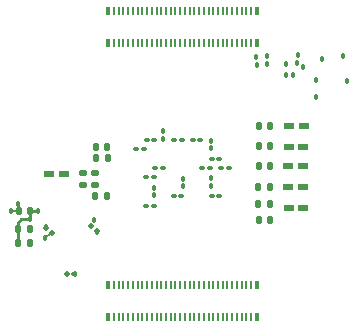
<source format=gbr>
%TF.GenerationSoftware,KiCad,Pcbnew,9.0.2*%
%TF.CreationDate,2025-07-16T10:59:44+05:30*%
%TF.ProjectId,pico2-nx-module,7069636f-322d-46e7-982d-6d6f64756c65,rev?*%
%TF.SameCoordinates,Original*%
%TF.FileFunction,Copper,L2,Bot*%
%TF.FilePolarity,Positive*%
%FSLAX46Y46*%
G04 Gerber Fmt 4.6, Leading zero omitted, Abs format (unit mm)*
G04 Created by KiCad (PCBNEW 9.0.2) date 2025-07-16 10:59:44*
%MOMM*%
%LPD*%
G01*
G04 APERTURE LIST*
G04 Aperture macros list*
%AMRoundRect*
0 Rectangle with rounded corners*
0 $1 Rounding radius*
0 $2 $3 $4 $5 $6 $7 $8 $9 X,Y pos of 4 corners*
0 Add a 4 corners polygon primitive as box body*
4,1,4,$2,$3,$4,$5,$6,$7,$8,$9,$2,$3,0*
0 Add four circle primitives for the rounded corners*
1,1,$1+$1,$2,$3*
1,1,$1+$1,$4,$5*
1,1,$1+$1,$6,$7*
1,1,$1+$1,$8,$9*
0 Add four rect primitives between the rounded corners*
20,1,$1+$1,$2,$3,$4,$5,0*
20,1,$1+$1,$4,$5,$6,$7,0*
20,1,$1+$1,$6,$7,$8,$9,0*
20,1,$1+$1,$8,$9,$2,$3,0*%
G04 Aperture macros list end*
%TA.AperFunction,SMDPad,CuDef*%
%ADD10RoundRect,0.100000X0.130000X0.100000X-0.130000X0.100000X-0.130000X-0.100000X0.130000X-0.100000X0*%
%TD*%
%TA.AperFunction,SMDPad,CuDef*%
%ADD11RoundRect,0.100000X0.162635X-0.021213X-0.021213X0.162635X-0.162635X0.021213X0.021213X-0.162635X0*%
%TD*%
%TA.AperFunction,SMDPad,CuDef*%
%ADD12R,0.230000X0.660000*%
%TD*%
%TA.AperFunction,SMDPad,CuDef*%
%ADD13R,0.350000X0.660000*%
%TD*%
%TA.AperFunction,SMDPad,CuDef*%
%ADD14RoundRect,0.135000X0.135000X0.185000X-0.135000X0.185000X-0.135000X-0.185000X0.135000X-0.185000X0*%
%TD*%
%TA.AperFunction,SMDPad,CuDef*%
%ADD15RoundRect,0.140000X0.140000X0.170000X-0.140000X0.170000X-0.140000X-0.170000X0.140000X-0.170000X0*%
%TD*%
%TA.AperFunction,SMDPad,CuDef*%
%ADD16RoundRect,0.100000X-0.162635X0.021213X0.021213X-0.162635X0.162635X-0.021213X-0.021213X0.162635X0*%
%TD*%
%TA.AperFunction,SMDPad,CuDef*%
%ADD17RoundRect,0.100000X-0.130000X-0.100000X0.130000X-0.100000X0.130000X0.100000X-0.130000X0.100000X0*%
%TD*%
%TA.AperFunction,SMDPad,CuDef*%
%ADD18R,0.914400X0.609600*%
%TD*%
%TA.AperFunction,SMDPad,CuDef*%
%ADD19RoundRect,0.100000X0.100000X-0.130000X0.100000X0.130000X-0.100000X0.130000X-0.100000X-0.130000X0*%
%TD*%
%TA.AperFunction,SMDPad,CuDef*%
%ADD20RoundRect,0.100000X-0.100000X0.130000X-0.100000X-0.130000X0.100000X-0.130000X0.100000X0.130000X0*%
%TD*%
%TA.AperFunction,SMDPad,CuDef*%
%ADD21RoundRect,0.140000X-0.170000X0.140000X-0.170000X-0.140000X0.170000X-0.140000X0.170000X0.140000X0*%
%TD*%
%TA.AperFunction,ViaPad*%
%ADD22C,0.457200*%
%TD*%
%TA.AperFunction,Conductor*%
%ADD23C,0.254000*%
%TD*%
%TA.AperFunction,Conductor*%
%ADD24C,0.152400*%
%TD*%
G04 APERTURE END LIST*
D10*
%TO.P,C21,1*%
%TO.N,P1V8D_FPGA*%
X111407701Y-104165402D03*
%TO.P,C21,2*%
%TO.N,GND*%
X110767701Y-104165402D03*
%TD*%
D11*
%TO.P,C23,1*%
%TO.N,P1V8D_FPGA*%
X113282649Y-100503150D03*
%TO.P,C23,2*%
%TO.N,GND*%
X112830101Y-100050602D03*
%TD*%
D12*
%TO.P,J2,1,Pin_1*%
%TO.N,/FPGA/HSTX7*%
X114761400Y-105079800D03*
%TO.P,J2,2,Pin_2*%
%TO.N,/FPGA/SHARED_PMOD_B5*%
X114761400Y-107789800D03*
%TO.P,J2,3,Pin_3*%
%TO.N,/FPGA/HSTX6*%
X115161400Y-105079800D03*
%TO.P,J2,4,Pin_4*%
%TO.N,/FPGA/SHARED_PMOD_B7*%
X115161400Y-107789800D03*
%TO.P,J2,5,Pin_5*%
%TO.N,GND*%
X115561400Y-105079800D03*
%TO.P,J2,6,Pin_6*%
X115561400Y-107789800D03*
%TO.P,J2,7,Pin_7*%
%TO.N,/FPGA/HSTX5*%
X115961400Y-105079800D03*
%TO.P,J2,8,Pin_8*%
%TO.N,/FPGA/SHARED_PMOD_B6*%
X115961400Y-107789800D03*
%TO.P,J2,9,Pin_9*%
%TO.N,/FPGA/HSTX4*%
X116361400Y-105079800D03*
%TO.P,J2,10,Pin_10*%
%TO.N,/FPGA/SHARED_PMOD_B4*%
X116361400Y-107789800D03*
%TO.P,J2,11,Pin_11*%
%TO.N,GND*%
X116761400Y-105079800D03*
%TO.P,J2,12,Pin_12*%
X116761400Y-107789800D03*
%TO.P,J2,13,Pin_13*%
%TO.N,/FPGA/HSTX3*%
X117161400Y-105079800D03*
%TO.P,J2,14,Pin_14*%
%TO.N,/FPGA/SHARED_PMOD_B1*%
X117161400Y-107789800D03*
%TO.P,J2,15,Pin_15*%
%TO.N,/FPGA/HSTX2*%
X117561400Y-105079800D03*
%TO.P,J2,16,Pin_16*%
%TO.N,/FPGA/SHARED_PMOD_B3*%
X117561400Y-107789800D03*
%TO.P,J2,17,Pin_17*%
%TO.N,GND*%
X117961400Y-105079800D03*
%TO.P,J2,18,Pin_18*%
X117961400Y-107789800D03*
%TO.P,J2,19,Pin_19*%
%TO.N,/FPGA/HSTX1*%
X118361400Y-105079800D03*
%TO.P,J2,20,Pin_20*%
%TO.N,/FPGA/SHARED_PMOD_B0*%
X118361400Y-107789800D03*
%TO.P,J2,21,Pin_21*%
%TO.N,/FPGA/HSTX0*%
X118761400Y-105079800D03*
%TO.P,J2,22,Pin_22*%
%TO.N,/FPGA/SHARED_PMOD_B2*%
X118761400Y-107789800D03*
%TO.P,J2,23,Pin_23*%
%TO.N,GND*%
X119161400Y-105079800D03*
%TO.P,J2,24,Pin_24*%
X119161400Y-107789800D03*
%TO.P,J2,25,Pin_25*%
%TO.N,/FPGA/SDA0*%
X119561400Y-105079800D03*
%TO.P,J2,26,Pin_26*%
%TO.N,/FPGA/SHARED_PMOD_A5*%
X119561400Y-107789800D03*
%TO.P,J2,27,Pin_27*%
%TO.N,/FPGA/SCL0*%
X119961400Y-105079800D03*
%TO.P,J2,28,Pin_28*%
%TO.N,/FPGA/SHARED_PMOD_A7*%
X119961400Y-107789800D03*
%TO.P,J2,29,Pin_29*%
%TO.N,GND*%
X120361400Y-105079800D03*
%TO.P,J2,30,Pin_30*%
X120361400Y-107789800D03*
%TO.P,J2,31,Pin_31*%
%TO.N,/FPGA/SDA1*%
X120761400Y-105079800D03*
%TO.P,J2,32,Pin_32*%
%TO.N,/FPGA/SHARED_PMOD_A6*%
X120761400Y-107789800D03*
%TO.P,J2,33,Pin_33*%
%TO.N,/FPGA/SCL1*%
X121161400Y-105079800D03*
%TO.P,J2,34,Pin_34*%
%TO.N,/FPGA/SHARED_PMOD_A4*%
X121161400Y-107789800D03*
%TO.P,J2,35,Pin_35*%
%TO.N,GND*%
X121561400Y-105079800D03*
%TO.P,J2,36,Pin_36*%
X121561400Y-107789800D03*
%TO.P,J2,37,Pin_37*%
%TO.N,/FPGA/FPGA_CLK*%
X121961400Y-105079800D03*
%TO.P,J2,38,Pin_38*%
%TO.N,/FPGA/SHARED_PMOD_A1*%
X121961400Y-107789800D03*
%TO.P,J2,39,Pin_39*%
%TO.N,/FPGA/IRQn*%
X122361400Y-105079800D03*
%TO.P,J2,40,Pin_40*%
%TO.N,/FPGA/SHARED_PMOD_A3*%
X122361400Y-107789800D03*
%TO.P,J2,41,Pin_41*%
%TO.N,GND*%
X122761400Y-105079800D03*
%TO.P,J2,42,Pin_42*%
X122761400Y-107789800D03*
%TO.P,J2,43,Pin_43*%
%TO.N,/FPGA/QSPI.CSn*%
X123161400Y-105079800D03*
%TO.P,J2,44,Pin_44*%
%TO.N,/FPGA/SHARED_PMOD_A0*%
X123161400Y-107789800D03*
%TO.P,J2,45,Pin_45*%
%TO.N,/FPGA/MIPI_IO.PWR_EN*%
X123561400Y-105079800D03*
%TO.P,J2,46,Pin_46*%
%TO.N,/FPGA/SHARED_PMOD_A2*%
X123561400Y-107789800D03*
%TO.P,J2,47,Pin_47*%
%TO.N,GND*%
X123961400Y-105079800D03*
%TO.P,J2,48,Pin_48*%
X123961400Y-107789800D03*
%TO.P,J2,49,Pin_49*%
%TO.N,/FPGA/FPGA_PMOD7*%
X124361400Y-105079800D03*
%TO.P,J2,50,Pin_50*%
%TO.N,/FPGA/PB40A*%
X124361400Y-107789800D03*
%TO.P,J2,51,Pin_51*%
%TO.N,/FPGA/FPGA_PMOD3*%
X124761400Y-105079800D03*
%TO.P,J2,52,Pin_52*%
%TO.N,/FPGA/PB40B*%
X124761400Y-107789800D03*
%TO.P,J2,53,Pin_53*%
%TO.N,GND*%
X125161400Y-105079800D03*
%TO.P,J2,54,Pin_54*%
%TO.N,/FPGA/PB42A*%
X125161400Y-107789800D03*
%TO.P,J2,55,Pin_55*%
%TO.N,/FPGA/FPGA_PMOD6*%
X125561400Y-105079800D03*
%TO.P,J2,56,Pin_56*%
%TO.N,/FPGA/PB42B*%
X125561400Y-107789800D03*
%TO.P,J2,57,Pin_57*%
%TO.N,/FPGA/FPGA_PMOD2*%
X125961400Y-105079800D03*
%TO.P,J2,58,Pin_58*%
%TO.N,unconnected-(J2-Pin_58-Pad58)*%
X125961400Y-107789800D03*
%TO.P,J2,59,Pin_59*%
%TO.N,GND*%
X126361400Y-105079800D03*
%TO.P,J2,60,Pin_60*%
X126361400Y-107789800D03*
D13*
%TO.P,J2,61*%
%TO.N,N/C*%
X114286400Y-105079800D03*
%TO.P,J2,62*%
X114286400Y-107789800D03*
%TO.P,J2,63*%
X126836400Y-105079800D03*
%TO.P,J2,64*%
X126836400Y-107789800D03*
%TD*%
D14*
%TO.P,R78,1*%
%TO.N,/FPGA/SRAM_RSTn*%
X107623101Y-100330002D03*
%TO.P,R78,2*%
%TO.N,P1V8D_FPGA*%
X106603103Y-100330002D03*
%TD*%
D12*
%TO.P,J3,1,Pin_1*%
%TO.N,/FPGA/SHUTDOWNn*%
X126361400Y-84582000D03*
%TO.P,J3,2,Pin_2*%
%TO.N,GND*%
X126361400Y-81872000D03*
%TO.P,J3,3,Pin_3*%
%TO.N,P5VD_AON*%
X125961400Y-84582000D03*
%TO.P,J3,4,Pin_4*%
%TO.N,/FPGA/RGB_MIPI.D0-*%
X125961400Y-81872000D03*
%TO.P,J3,5,Pin_5*%
%TO.N,PVIO5_FPGA*%
X125561400Y-84582000D03*
%TO.P,J3,6,Pin_6*%
%TO.N,/FPGA/RGB_MIPI.D0+*%
X125561400Y-81872000D03*
%TO.P,J3,7,Pin_7*%
%TO.N,P1V8D_FPGA*%
X125161400Y-84582000D03*
%TO.P,J3,8,Pin_8*%
%TO.N,GND*%
X125161400Y-81872000D03*
%TO.P,J3,9,Pin_9*%
%TO.N,PVIO3_FPGA*%
X124761400Y-84582000D03*
%TO.P,J3,10,Pin_10*%
%TO.N,/FPGA/RGB_MIPI.D1-*%
X124761400Y-81872000D03*
%TO.P,J3,11,Pin_11*%
%TO.N,PVIO1_FPGA*%
X124361400Y-84582000D03*
%TO.P,J3,12,Pin_12*%
%TO.N,/FPGA/RGB_MIPI.D1+*%
X124361400Y-81872000D03*
%TO.P,J3,13,Pin_13*%
%TO.N,P3V3D_FPGA*%
X123961400Y-84582000D03*
%TO.P,J3,14,Pin_14*%
%TO.N,GND*%
X123961400Y-81872000D03*
%TO.P,J3,15,Pin_15*%
%TO.N,/FPGA/FPGA_EN*%
X123561400Y-84582000D03*
%TO.P,J3,16,Pin_16*%
%TO.N,/FPGA/RGB_MIPI.CLK-*%
X123561400Y-81872000D03*
%TO.P,J3,17,Pin_17*%
%TO.N,/FPGA/DONE*%
X123161400Y-84582000D03*
%TO.P,J3,18,Pin_18*%
%TO.N,/FPGA/RGB_MIPI.CLK+*%
X123161400Y-81872000D03*
%TO.P,J3,19,Pin_19*%
%TO.N,/FPGA/EXT_QSPI.SCK*%
X122761400Y-84582000D03*
%TO.P,J3,20,Pin_20*%
%TO.N,GND*%
X122761400Y-81872000D03*
%TO.P,J3,21,Pin_21*%
%TO.N,/FPGA/FLASH_CSn*%
X122361400Y-84582000D03*
%TO.P,J3,22,Pin_22*%
%TO.N,/FPGA/RGB_MIPI.D2-*%
X122361400Y-81872000D03*
%TO.P,J3,23,Pin_23*%
%TO.N,/FPGA/EXT_QSPI.MOSI*%
X121961400Y-84582000D03*
%TO.P,J3,24,Pin_24*%
%TO.N,/FPGA/RGB_MIPI.D2+*%
X121961400Y-81872000D03*
%TO.P,J3,25,Pin_25*%
%TO.N,/FPGA/EXT_QSPI.MISO*%
X121561400Y-84582000D03*
%TO.P,J3,26,Pin_26*%
%TO.N,GND*%
X121561400Y-81872000D03*
%TO.P,J3,27,Pin_27*%
%TO.N,/FPGA/EXT_QSPI.SD2*%
X121161400Y-84582000D03*
%TO.P,J3,28,Pin_28*%
%TO.N,/FPGA/RGB_MIPI.D3-*%
X121161400Y-81872000D03*
%TO.P,J3,29,Pin_29*%
%TO.N,/FPGA/EXT_QSPI.SD3*%
X120761400Y-84582000D03*
%TO.P,J3,30,Pin_30*%
%TO.N,/FPGA/RGB_MIPI.D3+*%
X120761400Y-81872000D03*
%TO.P,J3,31,Pin_31*%
%TO.N,/FPGA/EXT_QSPI.CSn*%
X120361400Y-84582000D03*
%TO.P,J3,32,Pin_32*%
%TO.N,GND*%
X120361400Y-81872000D03*
%TO.P,J3,33,Pin_33*%
%TO.N,/FPGA/MIPI_IO.LED_EN*%
X119961400Y-84582000D03*
%TO.P,J3,34,Pin_34*%
%TO.N,/FPGA/EXT_MIPI.D3+*%
X119961400Y-81872000D03*
%TO.P,J3,35,Pin_35*%
%TO.N,/FPGA/MULTI_FN*%
X119561400Y-84582000D03*
%TO.P,J3,36,Pin_36*%
%TO.N,/FPGA/EXT_MIPI.D3-*%
X119561400Y-81872000D03*
%TO.P,J3,37,Pin_37*%
%TO.N,/FPGA/QSPI.SCLK*%
X119161400Y-84582000D03*
%TO.P,J3,38,Pin_38*%
%TO.N,GND*%
X119161400Y-81872000D03*
%TO.P,J3,39,Pin_39*%
%TO.N,/FPGA/JTAG_EN*%
X118761400Y-84582000D03*
%TO.P,J3,40,Pin_40*%
%TO.N,/FPGA/EXT_MIPI.D2+*%
X118761400Y-81872000D03*
%TO.P,J3,41,Pin_41*%
%TO.N,/FPGA/TCK*%
X118361400Y-84582000D03*
%TO.P,J3,42,Pin_42*%
%TO.N,/FPGA/EXT_MIPI.D2-*%
X118361400Y-81872000D03*
%TO.P,J3,43,Pin_43*%
%TO.N,/FPGA/TMS*%
X117961400Y-84582000D03*
%TO.P,J3,44,Pin_44*%
%TO.N,GND*%
X117961400Y-81872000D03*
%TO.P,J3,45,Pin_45*%
%TO.N,/FPGA/TDI*%
X117561400Y-84582000D03*
%TO.P,J3,46,Pin_46*%
%TO.N,/FPGA/EXT_MIPI.CLK+*%
X117561400Y-81872000D03*
%TO.P,J3,47,Pin_47*%
%TO.N,/FPGA/TDO*%
X117161400Y-84582000D03*
%TO.P,J3,48,Pin_48*%
%TO.N,/FPGA/EXT_MIPI.CLK-*%
X117161400Y-81872000D03*
%TO.P,J3,49,Pin_49*%
%TO.N,GND*%
X116761400Y-84582000D03*
%TO.P,J3,50,Pin_50*%
X116761400Y-81872000D03*
%TO.P,J3,51,Pin_51*%
%TO.N,/FPGA/FPGA_PMOD5*%
X116361400Y-84582000D03*
%TO.P,J3,52,Pin_52*%
%TO.N,/FPGA/EXT_MIPI.D1+*%
X116361400Y-81872000D03*
%TO.P,J3,53,Pin_53*%
%TO.N,/FPGA/FPGA_PMOD1*%
X115961400Y-84582000D03*
%TO.P,J3,54,Pin_54*%
%TO.N,/FPGA/EXT_MIPI.D1-*%
X115961400Y-81872000D03*
%TO.P,J3,55,Pin_55*%
%TO.N,GND*%
X115561400Y-84582000D03*
%TO.P,J3,56,Pin_56*%
X115561400Y-81872000D03*
%TO.P,J3,57,Pin_57*%
%TO.N,/FPGA/FPGA_PMOD4*%
X115161400Y-84582000D03*
%TO.P,J3,58,Pin_58*%
%TO.N,/FPGA/EXT_MIPI.D0+*%
X115161400Y-81872000D03*
%TO.P,J3,59,Pin_59*%
%TO.N,/FPGA/FPGA_PMOD0*%
X114761400Y-84582000D03*
%TO.P,J3,60,Pin_60*%
%TO.N,/FPGA/EXT_MIPI.D0-*%
X114761400Y-81872000D03*
D13*
%TO.P,J3,61*%
%TO.N,N/C*%
X126836400Y-84582000D03*
%TO.P,J3,62*%
X126836400Y-81872000D03*
%TO.P,J3,63*%
X114286400Y-84582000D03*
%TO.P,J3,64*%
X114286400Y-81872000D03*
%TD*%
D14*
%TO.P,R62,1*%
%TO.N,/FPGA/SRAM_CEN*%
X107623101Y-101523802D03*
%TO.P,R62,2*%
%TO.N,P1V8D_FPGA*%
X106603103Y-101523802D03*
%TD*%
D15*
%TO.P,C20,1*%
%TO.N,P1V8D_FPGA*%
X107636703Y-98831402D03*
%TO.P,C20,2*%
%TO.N,GND*%
X106676703Y-98831402D03*
%TD*%
D16*
%TO.P,C22,1*%
%TO.N,P1V8D_FPGA*%
X109020101Y-100203002D03*
%TO.P,C22,2*%
%TO.N,GND*%
X109472649Y-100655550D03*
%TD*%
D17*
%TO.P,C47,1*%
%TO.N,P1VD_FPGA*%
X123037600Y-94355800D03*
%TO.P,C47,2*%
%TO.N,GND*%
X123677600Y-94355800D03*
%TD*%
D18*
%TO.P,FB7,2,2*%
%TO.N,Net-(U3G-VCCDPHY1)*%
X129565400Y-91567000D03*
%TO.P,FB7,1,1*%
%TO.N,P1VD_FPGA*%
X130810000Y-91567000D03*
%TD*%
D10*
%TO.P,C33,1*%
%TO.N,Net-(U3F-VCCPLLDPHY0)*%
X122064000Y-92760000D03*
%TO.P,C33,2*%
%TO.N,GND*%
X121424000Y-92760000D03*
%TD*%
D19*
%TO.P,C36,1*%
%TO.N,Net-(U3G-VCCDPHY1)*%
X118947000Y-92669200D03*
%TO.P,C36,2*%
%TO.N,GND*%
X118947000Y-92029200D03*
%TD*%
D18*
%TO.P,FB9,2,2*%
%TO.N,Net-(U3H-VCCAUXH5)*%
X129540000Y-98552000D03*
%TO.P,FB9,1,1*%
%TO.N,P1V8D_FPGA*%
X130784600Y-98552000D03*
%TD*%
D10*
%TO.P,C45,1*%
%TO.N,P1V8D_FPGA*%
X120460200Y-97555800D03*
%TO.P,C45,2*%
%TO.N,GND*%
X119820200Y-97555800D03*
%TD*%
D15*
%TO.P,C27,2*%
%TO.N,GND*%
X126985100Y-96725400D03*
%TO.P,C27,1*%
%TO.N,Net-(U3G-VCCPLLDPHY1)*%
X127945100Y-96725400D03*
%TD*%
D18*
%TO.P,FB4,2,2*%
%TO.N,Net-(U3F-VCCDPHY0)*%
X129514600Y-95021400D03*
%TO.P,FB4,1,1*%
%TO.N,P1VD_FPGA*%
X130759200Y-95021400D03*
%TD*%
D10*
%TO.P,C12,2*%
%TO.N,GND*%
X117537200Y-92783600D03*
%TO.P,C12,1*%
%TO.N,P3V3D_FPGA*%
X118177200Y-92783600D03*
%TD*%
D20*
%TO.P,C76,1*%
%TO.N,/FPGA/PVCCAUX*%
X120561400Y-96057000D03*
%TO.P,C76,2*%
%TO.N,GND*%
X120561400Y-96697000D03*
%TD*%
D17*
%TO.P,C15,1*%
%TO.N,PVIO5_FPGA*%
X123047600Y-97531600D03*
%TO.P,C15,2*%
%TO.N,GND*%
X123687600Y-97531600D03*
%TD*%
D10*
%TO.P,C83,1*%
%TO.N,/FPGA/PVCCAUX*%
X118136400Y-95955800D03*
%TO.P,C83,2*%
%TO.N,GND*%
X117496400Y-95955800D03*
%TD*%
%TO.P,C13,1*%
%TO.N,PVIO1_FPGA*%
X117294000Y-93526000D03*
%TO.P,C13,2*%
%TO.N,GND*%
X116654000Y-93526000D03*
%TD*%
D20*
%TO.P,C46,1*%
%TO.N,Net-(U3H-VCCAUXH5)*%
X122961400Y-96007000D03*
%TO.P,C46,2*%
%TO.N,GND*%
X122961400Y-96647000D03*
%TD*%
D21*
%TO.P,C43,1*%
%TO.N,/FPGA/PVCCAUX*%
X112153700Y-95610800D03*
%TO.P,C43,2*%
%TO.N,GND*%
X112153700Y-96570800D03*
%TD*%
D18*
%TO.P,FB6,2,2*%
%TO.N,Net-(U3G-VCCPLLDPHY1)*%
X129514600Y-96774000D03*
%TO.P,FB6,1,1*%
%TO.N,P1VD_FPGA*%
X130759200Y-96774000D03*
%TD*%
D15*
%TO.P,C42,2*%
%TO.N,GND*%
X126979800Y-98196400D03*
%TO.P,C42,1*%
%TO.N,Net-(U3H-VCCAUXH5)*%
X127939800Y-98196400D03*
%TD*%
D10*
%TO.P,C37,1*%
%TO.N,GND*%
X124460200Y-95155800D03*
%TO.P,C37,2*%
%TO.N,Net-(U3F-VCCADPHY0)*%
X123820200Y-95155800D03*
%TD*%
D18*
%TO.P,FB8,1,1*%
%TO.N,P1V8D_FPGA*%
X109296200Y-95681800D03*
%TO.P,FB8,2,2*%
%TO.N,/FPGA/PVCCAUX*%
X110540800Y-95681800D03*
%TD*%
D17*
%TO.P,C81,1*%
%TO.N,P1VD_FPGA*%
X122237600Y-95155800D03*
%TO.P,C81,2*%
%TO.N,GND*%
X122877600Y-95155800D03*
%TD*%
D15*
%TO.P,C8,1*%
%TO.N,P3V3D_FPGA*%
X114223800Y-94335600D03*
%TO.P,C8,2*%
%TO.N,GND*%
X113263800Y-94335600D03*
%TD*%
D18*
%TO.P,FB3,2,2*%
%TO.N,Net-(U3F-VCCPLLDPHY0)*%
X129540000Y-93345000D03*
%TO.P,FB3,1,1*%
%TO.N,P1VD_FPGA*%
X130784600Y-93345000D03*
%TD*%
D15*
%TO.P,C29,2*%
%TO.N,GND*%
X127000000Y-99517200D03*
%TO.P,C29,1*%
%TO.N,P1V8D_FPGA*%
X127960000Y-99517200D03*
%TD*%
D10*
%TO.P,C35,1*%
%TO.N,Net-(U3G-VCCPLLDPHY1)*%
X120487000Y-92753800D03*
%TO.P,C35,2*%
%TO.N,GND*%
X119847000Y-92753800D03*
%TD*%
D21*
%TO.P,C40,1*%
%TO.N,/FPGA/PVCCAUX*%
X113169700Y-95605600D03*
%TO.P,C40,2*%
%TO.N,GND*%
X113169700Y-96565600D03*
%TD*%
D10*
%TO.P,C44,1*%
%TO.N,P1VD_FPGA*%
X118885200Y-95155800D03*
%TO.P,C44,2*%
%TO.N,GND*%
X118245200Y-95155800D03*
%TD*%
D15*
%TO.P,C26,2*%
%TO.N,GND*%
X127003900Y-95009400D03*
%TO.P,C26,1*%
%TO.N,Net-(U3F-VCCDPHY0)*%
X127963900Y-95009400D03*
%TD*%
%TO.P,C28,2*%
%TO.N,GND*%
X126992500Y-91567000D03*
%TO.P,C28,1*%
%TO.N,Net-(U3G-VCCDPHY1)*%
X127952500Y-91567000D03*
%TD*%
D19*
%TO.P,C34,1*%
%TO.N,Net-(U3F-VCCDPHY0)*%
X122949600Y-93499400D03*
%TO.P,C34,2*%
%TO.N,GND*%
X122949600Y-92859400D03*
%TD*%
D15*
%TO.P,C10,1*%
%TO.N,PVIO3_FPGA*%
X114147600Y-97561400D03*
%TO.P,C10,2*%
%TO.N,GND*%
X113187600Y-97561400D03*
%TD*%
%TO.P,C9,1*%
%TO.N,PVIO1_FPGA*%
X114198400Y-93345000D03*
%TO.P,C9,2*%
%TO.N,GND*%
X113238400Y-93345000D03*
%TD*%
D20*
%TO.P,C84,1*%
%TO.N,/FPGA/PVCCAUX*%
X118161400Y-96839600D03*
%TO.P,C84,2*%
%TO.N,GND*%
X118161400Y-97479600D03*
%TD*%
D15*
%TO.P,C25,2*%
%TO.N,GND*%
X127011700Y-93324200D03*
%TO.P,C25,1*%
%TO.N,Net-(U3F-VCCPLLDPHY0)*%
X127971700Y-93324200D03*
%TD*%
D10*
%TO.P,C14,1*%
%TO.N,PVIO3_FPGA*%
X118110200Y-98355800D03*
%TO.P,C14,2*%
%TO.N,GND*%
X117470200Y-98355800D03*
%TD*%
D22*
%TO.N,P5VD_AON*%
X130759201Y-86588601D03*
X130302002Y-85572601D03*
%TO.N,P1VD_FPGA*%
X134137400Y-85699603D03*
%TO.N,GND*%
X134518402Y-87782400D03*
X129280799Y-87274400D03*
X129280486Y-86353538D03*
%TO.N,P1VD_FPGA*%
X126822199Y-85758401D03*
%TO.N,GND*%
X132334002Y-85953600D03*
X129895601Y-87249001D03*
%TO.N,P1VD_FPGA*%
X127722084Y-86377538D03*
X126890805Y-86424241D03*
%TO.N,/FPGA/FPGA_EN*%
X131889496Y-89160552D03*
%TO.N,P5VD_AON*%
X130276601Y-86233000D03*
%TO.N,P1VD_FPGA*%
X127745434Y-85663010D03*
%TO.N,GND*%
X131876797Y-87731600D03*
%TO.N,P1V8D_FPGA*%
X111433101Y-104140002D03*
X109020101Y-100177602D03*
%TO.N,/FPGA/SRAM_CEN*%
X107648501Y-101523802D03*
%TO.N,/FPGA/SRAM_RSTn*%
X107597701Y-100279202D03*
%TO.N,P1V8D_FPGA*%
X113287301Y-100533202D03*
%TO.N,GND*%
X106667303Y-98194202D03*
X106057703Y-98829202D03*
X110767701Y-104165402D03*
X113093500Y-99517201D03*
X108953300Y-101092001D03*
%TO.N,P1V8D_FPGA*%
X107632503Y-99489602D03*
X108318302Y-98829202D03*
%TD*%
D23*
%TO.N,P1V8D_FPGA*%
X108316102Y-98831402D02*
X108318302Y-98829202D01*
X107636703Y-98831402D02*
X108316102Y-98831402D01*
X107636703Y-99485402D02*
X107632503Y-99489602D01*
X107636703Y-98831402D02*
X107636703Y-99485402D01*
X106914101Y-99489602D02*
X107632503Y-99489602D01*
X106603103Y-99800600D02*
X106914101Y-99489602D01*
X106603103Y-100330002D02*
X106603103Y-99800600D01*
X106603103Y-101523802D02*
X106603103Y-100330002D01*
D24*
%TO.N,GND*%
X109389751Y-100655550D02*
X108953300Y-101092001D01*
X109472649Y-100655550D02*
X109389751Y-100655550D01*
X106676703Y-98831402D02*
X106059903Y-98831400D01*
X106059903Y-98831400D02*
X106057703Y-98829202D01*
X106676703Y-98203602D02*
X106667303Y-98194202D01*
X106676703Y-98831402D02*
X106676703Y-98203602D01*
%TO.N,P1V8D_FPGA*%
X108316103Y-98831402D02*
X108318302Y-98829202D01*
X107636703Y-98831400D02*
X108316103Y-98831402D01*
X107636703Y-98831400D02*
X107636703Y-99485402D01*
%TD*%
M02*

</source>
